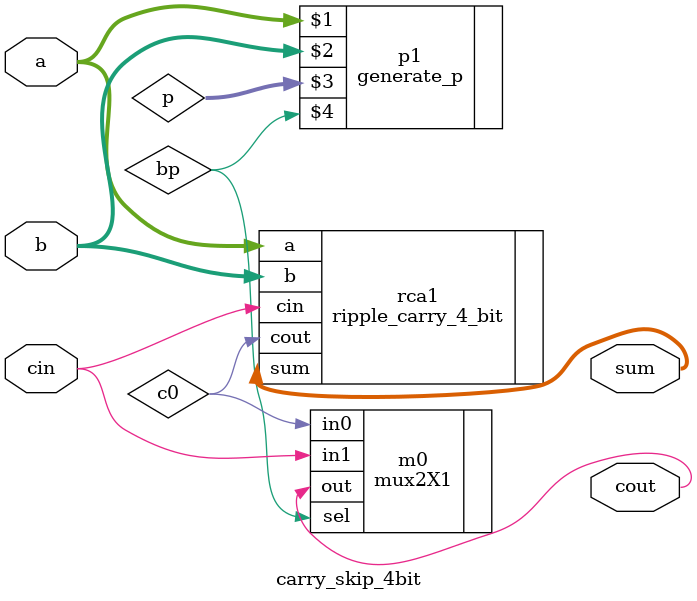
<source format=v>
`timescale 1ns / 1ps

module carry_skip_4bit(a, b, cin, sum, cout);
input [3:0] a,b;
input cin;
output [3:0] sum;
output cout;
wire [3:0] p;
wire c0;
wire bp;

ripple_carry_4_bit rca1 (.a(a[3:0]), .b(b[3:0]), .cin(cin), .sum(sum[3:0]), .cout(c0));
generate_p p1(a,b,p,bp);
mux2X1 m0(.in0(c0),.in1(cin),.sel(bp),.out(cout));

endmodule
</source>
